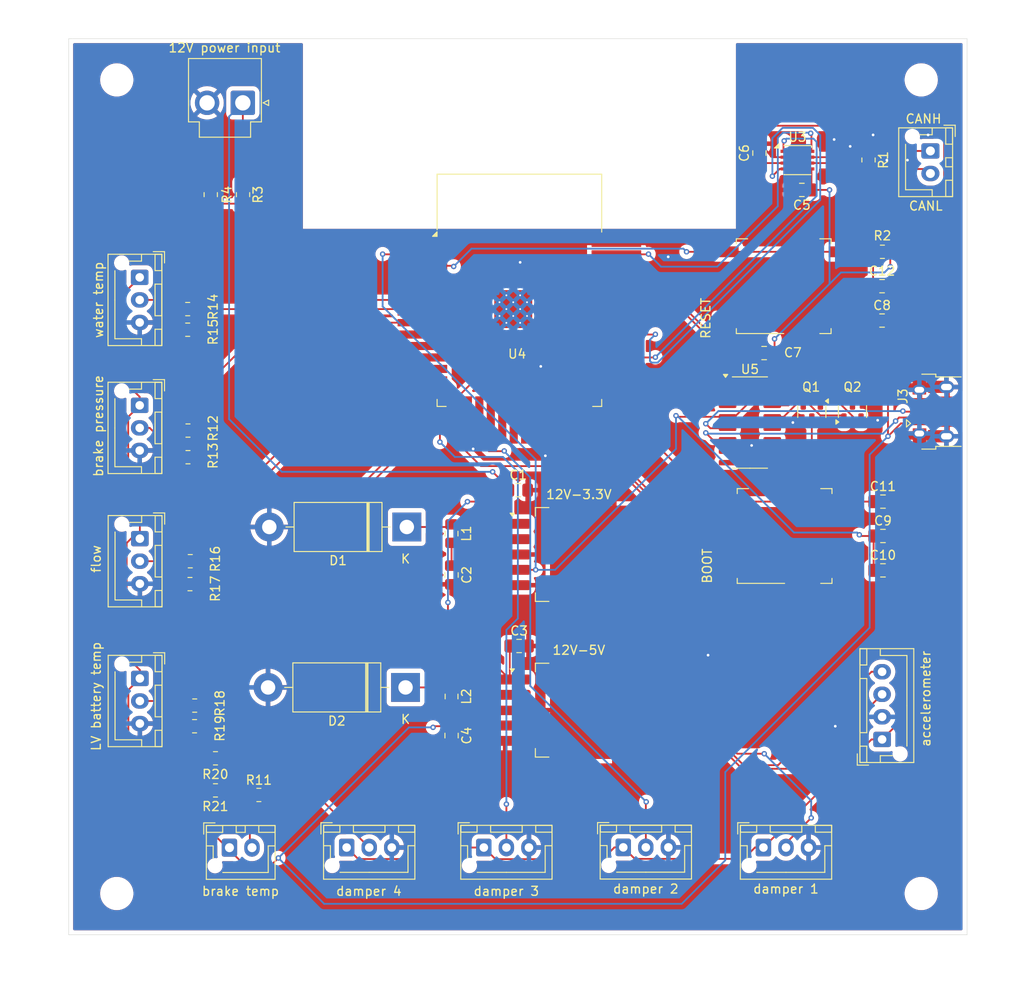
<source format=kicad_pcb>
(kicad_pcb (version 20240108) (generator "pcbnew") (generator_version "8.0")
  (layers (0 "F.Cu" signal) (31 "B.Cu" signal) (34 "B.Paste" user) (35 "F.Paste" user) (36 "B.SilkS" user "B.Silkscreen") (37 "F.SilkS" user "F.Silkscreen") (38 "B.Mask" user) (39 "F.Mask" user) (44 "Edge.Cuts" user))
  (net 0 "")
  (net 1 "/POWER_INPUT")
  (net 2 "+3.3V")
  (net 3 "+5V")
  (net 4 "/EN")
  (net 5 "/IO0")
  (net 6 "Net-(D1-K)")
  (net 7 "Net-(D2-K)")
  (net 8 "/ADC_DT1")
  (net 9 "Net-(J3-D-)")
  (net 10 "Net-(J3-D+)")
  (net 12 "/ADC_DT2")
  (net 13 "/ADC_DT3")
  (net 14 "/ADC_DT4")
  (net 15 "/CANH")
  (net 16 "/CANL")
  (net 17 "/SDA")
  (net 18 "/SCL")
  (net 19 "GND")
  (net 20 "Net-(Q1-G)")
  (net 21 "Net-(Q1-S)")
  (net 22 "/CAN_TX")
  (net 23 "/CAN_RX")
  (net 24 "/CAN_S")
  (net 26 "/UART_TX")
  (net 39 "/UART_RX")
  (net 48 "Net-(J13-Pin_2)")
  (net 49 "Net-(R11-Pad1)")
  (net 50 "/ADC_BTS")
  (net 52 "/ADC_WT")
  (net 53 "/ADC_FS")
  (net 54 "/ADC_LVBT")
  (net 55 "/ADC_LVBV")
  (net 56 "Net-(J9-Pin_2)")
  (net 57 "Net-(J10-Pin_2)")
  (net 58 "Net-(J11-Pin_2)")
  (net 59 "Net-(J12-Pin_2)")
  (net 60 "/ADC_BP")
  (footprint "Resistor_SMD:R_0805_2012Metric_Pad1.20x1.40mm_HandSolder" (layer "F.Cu") (at 136.922 50.292 180)
    (property "Reference" "R2")
    (property "Value" "10k")
  )
  (footprint "Resistor_SMD:R_0805_2012Metric_Pad1.20x1.40mm_HandSolder" (layer "F.Cu") (at 59.96 70.104)
    (property "Reference" "R12")
    (property "Value" "82R")
  )
  (footprint "Resistor_SMD:R_0805_2012Metric_Pad1.20x1.40mm_HandSolder" (layer "F.Cu") (at 60.214 84.582)
    (property "Reference" "R16")
    (property "Value" "43R")
  )
  (footprint "Resistor_SMD:R_0805_2012Metric_Pad1.20x1.40mm_HandSolder" (layer "F.Cu") (at 66.064 43.958 -90)
    (property "Reference" "R3")
    (property "Value" "43R")
  )
  (footprint "Connector_JST:JST_XH_B3B-XH-AM_1x03_P2.50mm_Vertical" (layer "F.Cu") (at 123.738 116.315)
    (property "Reference" "damper 1")
    (property "Value" "JST_XH_DT1")
  )
  (footprint "Connector_JST:JST_XH_B2B-XH-AM_1x02_P2.50mm_Vertical" (layer "F.Cu") (at 64.556 116.332)
    (property "Reference" "brake temp")
    (property "Value" "JST_XH_BTS")
  )
  (footprint "Package_SO:SOIC-16_3.9x9.9mm_P1.27mm" (layer "F.Cu") (at 122.239 69.215)
    (property "Reference" "U5")
    (property "Value" "CH340C")
  )
  (footprint "Capacitor_SMD:C_0805_2012Metric_Pad1.18x1.45mm_HandSolder" (layer "F.Cu") (at 96.6615 93.98)
    (property "Reference" "C3")
    (property "Value" "100uF")
  )
  (footprint "Capacitor_SMD:C_0805_2012Metric_Pad1.18x1.45mm_HandSolder" (layer "F.Cu") (at 136.9845 77.978)
    (property "Reference" "C11")
    (property "Value" "100nF")
  )
  (footprint "Capacitor_SMD:C_0805_2012Metric_Pad1.18x1.45mm_HandSolder" (layer "F.Cu") (at 136.8845 57.912)
    (property "Reference" "C8")
    (property "Value" "1uF")
  )
  (footprint "Resistor_SMD:R_0805_2012Metric_Pad1.20x1.40mm_HandSolder" (layer "F.Cu") (at 59.96 73.054)
    (property "Reference" "R13")
    (property "Value" "43R")
  )
  (footprint "Connector_JST:JST_XH_B3B-XH-AM_1x03_P2.50mm_Vertical" (layer "F.Cu") (at 54.627 97.576 -90)
    (property "Reference" "LV battery temp")
    (property "Value" "JST_XH_LVBT")
  )
  (footprint "Inductor_SMD:L_0805_2012Metric_Pad1.15x1.40mm_HandSolder" (layer "F.Cu") (at 89.173 81.523999 -90)
    (property "Reference" "L1")
    (property "Value" "100uH")
  )
  (footprint "Button_Switch_SMD:SW_MEC_5GSH9" (layer "F.Cu") (at 126.084 81.788 90)
    (property "Reference" "BOOT")
    (property "Value" "BOOT1")
  )
  (footprint "MountingHole:MountingHole_3.2mm_M3" (layer "F.Cu") (at 52.07 121.412)
    (property "Reference" "H3" (hide yes))
    (property "Value" "MountingHole" (hide yes))
  )
  (footprint "Diode_THT:D_DO-201AD_P15.24mm_Horizontal" (layer "F.Cu") (at 84.074 98.571 180)
    (property "Reference" "D2")
    (property "Value" "1N5822")
  )
  (footprint "MountingHole:MountingHole_3.2mm_M3" (layer "F.Cu") (at 141.224 31.242)
    (property "Reference" "H2" (hide yes))
    (property "Value" "MountingHole" (hide yes))
  )
  (footprint "Package_DFN_QFN:DFN-8-1EP_3x3mm_P0.65mm_EP1.55x2.4mm" (layer "F.Cu") (at 127.508 40.132)
    (property "Reference" "U3")
    (property "Value" "TJA1051TK-3")
  )
  (footprint "Resistor_SMD:R_0805_2012Metric_Pad1.20x1.40mm_HandSolder" (layer "F.Cu") (at 60.182 87.122)
    (property "Reference" "R17")
    (property "Value" "82R")
  )
  (footprint "Capacitor_SMD:C_0805_2012Metric_Pad1.18x1.45mm_HandSolder" (layer "F.Cu") (at 89.173 103.9075 -90)
    (property "Reference" "C4")
    (property "Value" "1000uF")
  )
  (footprint "Diode_THT:D_DO-201AD_P15.24mm_Horizontal" (layer "F.Cu") (at 84.213 80.791 180)
    (property "Reference" "D1")
    (property "Value" "1N5822")
  )
  (footprint "Resistor_SMD:R_0805_2012Metric_Pad1.20x1.40mm_HandSolder" (layer "F.Cu") (at 63.008 109.982)
    (property "Reference" "R20")
    (property "Value" "43R")
  )
  (footprint "MountingHole:MountingHole_3.2mm_M3" (layer "F.Cu") (at 141.224 121.412)
    (property "Reference" "H4" (hide yes))
    (property "Value" "MountingHole" (hide yes))
  )
  (footprint "Capacitor_SMD:C_0805_2012Metric_Pad1.18x1.45mm_HandSolder" (layer "F.Cu") (at 123.8135 61.5155 180)
    (property "Reference" "C7")
    (property "Value" "100nF")
  )
  (footprint "Resistor_SMD:R_0805_2012Metric_Pad1.20x1.40mm_HandSolder" (layer "F.Cu") (at 59.928 58.928)
    (property "Reference" "R15")
    (property "Value" "82R")
  )
  (footprint "Resistor_SMD:R_0805_2012Metric_Pad1.20x1.40mm_HandSolder" (layer "F.Cu") (at 135.382 40.116 -90)
    (property "Reference" "R1")
    (property "Value" "120R")
  )
  (footprint "Connector_JST:JST_XH_B3B-XH-AM_1x03_P2.50mm_Vertical" (layer "F.Cu") (at 92.75 116.315)
    (property "Reference" "damper 3")
    (property "Value" "JST_XH_DT3")
  )
  (footprint "Connector_JST:JST_XH_B3B-XH-AM_1x03_P2.50mm_Vertical" (layer "F.Cu") (at 54.61 67.31 -90)
    (property "Reference" "brake pressure")
    (property "Value" "JST_XH_BP")
  )
  (footprint "Package_TO_SOT_SMD:SOT-23" (layer "F.Cu") (at 129.098 67.9935 -90)
    (property "Reference" "Q2")
    (property "Value" "BSS138")
  )
  (footprint "Resistor_SMD:R_0805_2012Metric_Pad1.20x1.40mm_HandSolder" (layer "F.Cu") (at 60.706 100.584)
    (property "Reference" "R18")
    (property "Value" "43R")
  )
  (footprint "Capacitor_SMD:C_0805_2012Metric_Pad1.18x1.45mm_HandSolder" (layer "F.Cu") (at 136.9845 85.598)
    (property "Reference" "C10")
    (property "Value" "10uF")
  )
  (footprint "Resistor_SMD:R_0805_2012Metric_Pad1.20x1.40mm_HandSolder" (layer "F.Cu") (at 60.69 102.87)
    (property "Reference" "R19")
    (property "Value" "82R")
  )
  (footprint "MountingHole:MountingHole_3.2mm_M3" (layer "F.Cu") (at 52.07 31.242)
    (property "Reference" "H1" (hide yes))
    (property "Value" "MountingHole" (hide yes))
  )
  (footprint "Connector_JST:JST_XH_B3B-XH-AM_1x03_P2.50mm_Vertical" (layer "F.Cu") (at 54.627 82.082 -90)
    (property "Reference" "flow")
    (property "Value" "JST_XH_FS")
  )
  (footprint "Package_TO_SOT_SMD:TO-263-5_TabPin3" (layer "F.Cu") (at 103.287 83.839)
    (property "Reference" "12V-3.3V")
    (property "Value" "LM2576HVS-3.3")
  )
  (footprint "Connector_USB:USB_Micro-B_Amphenol_10103594-0001LF_Horizontal" (layer "F.Cu") (at 142.903 67.983 90)
    (property "Reference" "J3")
    (property "Value" "USB_B_Micro")
  )
  (footprint "Capacitor_SMD:C_0805_2012Metric_Pad1.18x1.45mm_HandSolder" (layer "F.Cu") (at 127.9945 43.434 180)
    (property "Reference" "C5")
    (property "Value" "100nF")
  )
  (footprint "Capacitor_SMD:C_0805_2012Metric_Pad1.18x1.45mm_HandSolder" (layer "F.Cu") (at 123.2916 39.3485 90)
    (property "Reference" "C6")
    (property "Value" "100nF")
  )
  (footprint "Capacitor_SMD:C_0805_2012Metric_Pad1.18x1.45mm_HandSolder" (layer "F.Cu") (at 96.5655 76.708)
    (property "Reference" "C1")
    (property "Value" "100uF")
  )
  (footprint "RF_Module:ESP32-WROOM-32" (layer "F.Cu") (at 96.691 57.552)
    (property "Reference" "U4")
    (property "Value" "ESP32-WROOM-32")
  )
  (footprint "Capacitor_SMD:C_0805_2012Metric_Pad1.18x1.45mm_HandSolder" (layer "F.Cu") (at 136.8845 54.102)
    (property "Reference" "C12")
    (property "Value" "100nF")
  )
  (footprint "Connector_JST:JST_XH_B4B-XH-AM_1x04_P2.50mm_Vertical" (layer "F.Cu") (at 136.889 104.334 90)
    (property "Reference" "accelerometer")
    (property "Value" "JST_XH_MPU")
  )
  (footprint "Resistor_SMD:R_0805_2012Metric_Pad1.20x1.40mm_HandSolder" (layer "F.Cu") (at 59.928 56.642)
    (property "Reference" "R14")
    (property "Value" "43R")
  )
  (footprint "Resistor_SMD:R_0805_2012Metric_Pad1.20x1.40mm_HandSolder" (layer "F.Cu") (at 63.008 106.426 180)
    (property "Reference" "R21")
    (property "Value" "82R")
  )
  (footprint "Resistor_SMD:R_0805_2012Metric_Pad1.20x1.40mm_HandSolder" (layer "F.Cu") (at 62.483999 43.958 90)
    (property "Reference" "R4")
    (property "Value" "82R")
  )
  (footprint "Connector_JST:JST_XH_B3B-XH-AM_1x03_P2.50mm_Vertical" (layer "F.Cu") (at 77.546 116.315)
    (property "Reference" "damper 4")
    (property "Value" "JST_XH_DT4")
  )
  (footprint "Capacitor_SMD:C_0805_2012Metric_Pad1.18x1.45mm_HandSolder" (layer "F.Cu") (at 89.173 86.1085 -90)
    (property "Reference" "C2")
    (property "Value" "1000uF")
  )
  (footprint "Capacitor_SMD:C_0805_2012Metric_Pad1.18x1.45mm_HandSolder" (layer "F.Cu") (at 136.9845 81.788)
    (property "Reference" "C9")
    (property "Value" "100nF")
  )
  (footprint "Connector_JST:JST_XH_B3B-XH-AM_1x03_P2.50mm_Vertical" (layer "F.Cu") (at 108.204 116.298)
    (property "Reference" "damper 2")
    (property "Value" "JST_XH_DT2")
  )
  (footprint "Inductor_SMD:L_0805_2012Metric_Pad1.15x1.40mm_HandSolder" (layer "F.Cu") (at 89.173 99.576999 -90)
    (property "Reference" "L2")
    (property "Value" "100uH")
  )
  (footprint "Connector_JST:JST_VH_B2P-VH_1x02_P3.96mm_Vertical" (layer "F.Cu") (at 66.04 33.782 180)
    (property "Reference" "12V power input")
    (property "Value" "JST_VH_POWER")
  )
  (footprint "Package_TO_SOT_SMD:SOT-23" (layer "F.Cu") (at 133.604 67.993501 90)
    (property "Reference" "Q1")
    (property "Value" "BSS138")
  )
  (footprint "Package_TO_SOT_SMD:TO-263-5_TabPin3" (layer "F.Cu") (at 103.287 101.092)
    (property "Reference" "12V-5V")
    (property "Value" "LM2576HVS-5")
  )
  (footprint "Connector_JST:JST_XH_B3B-XH-AM_1x03_P2.50mm_Vertical" (layer "F.Cu") (at 54.61 53.126 -90)
    (property "Reference" "water temp")
    (property "Value" "JST_XH_WT")
  )
  (footprint "Connector_JST:JST_XH_B2B-XH-AM_1x02_P2.50mm_Vertical" (layer "F.Cu") (at 142.24 39.116 -90)
    (property "Reference" "CANH")
    (property "Value" "JST_XH_CAN")
  )
  (footprint "Resistor_SMD:R_0805_2012Metric_Pad1.20x1.40mm_HandSolder" (layer "F.Cu") (at 67.818001 110.49)
    (property "Reference" "R11")
    (property "Value" "?")
  )
  (footprint "Button_Switch_SMD:SW_MEC_5GSH9" (layer "F.Cu") (at 125.984 54.102 90)
    (property "Reference" "RESET")
    (property "Value" "RESET1")
  )
  (gr_line (start 46.99 26.67) (end 46.736 26.67) (stroke (width 0.05)) (layer "Edge.Cuts"))
  (gr_line (start 46.736 125.984) (end 46.736 26.67) (stroke (width 0.05)) (layer "Edge.Cuts"))
  (gr_line (start 146.304 26.67) (end 146.304 125.984) (stroke (width 0.05)) (layer "Edge.Cuts"))
  (gr_line (start 146.304 125.984) (end 46.736 125.984) (stroke (width 0.05)) (layer "Edge.Cuts"))
  (gr_line (start 46.99 26.67) (end 146.304 26.67) (stroke (width 0.05)) (layer "Edge.Cuts"))
  (gr_text "CANL" (at 141.732 45.212 0) (layer "F.SilkS") (effects (font (size 1 1))))
  (segment (start 93.726 74.676) (end 95.528 76.478) (width 0.2) (layer "F.Cu") (net 1))
  (segment (start 95.528 80.33) (end 95.528 76.708) (width 0.2) (layer "F.Cu") (net 1))
  (segment (start 66.2455 34.316) (end 66.039999 34.521499) (width 0.2) (layer "F.Cu") (net 1))
  (segment (start 95.624 93.98) (end 95.624 97.679) (width 0.2) (layer "F.Cu") (net 1))
  (segment (start 95.637 80.439) (end 95.528 80.33) (width 0.2) (layer "F.Cu") (net 1))
  (segment (start 66.04 42.934) (end 66.064 42.958) (width 0.2) (layer "F.Cu") (net 1))
  (segment (start 88.773 90.828) (end 95.637 97.692) (width 0.2) (layer "F.Cu") (net 1))
  (segment (start 93.176 77.978) (end 95.637 80.439) (width 0.2) (layer "F.Cu") (net 1))
  (segment (start 90.932 77.978) (end 93.176 77.978) (width 0.2) (layer "F.Cu") (net 1))
  (segment (start 66.039999 34.521499) (end 66.04 42.934) (width 0.2) (layer "F.Cu") (net 1))
  (segment (start 95.624 97.679) (end 95.637 97.692) (width 0.2) (layer "F.Cu") (net 1))
  (segment (start 88.773 89.154) (end 88.773 90.828) (width 0.2) (layer "F.Cu") (net 1))
  (segment (start 65.9915 42.7405) (end 65.774 42.958) (width 0.2) (layer "F.Cu") (net 1))
  (segment (start 95.528 76.478) (end 95.528 76.708) (width 0.2) (layer "F.Cu") (net 1))
  (via (at 93.726 74.676) (size 0.6) (drill 0.3) (layers "F.Cu" "B.Cu") (net 1))
  (via (at 90.932 77.978) (size 0.6) (drill 0.3) (layers "F.Cu" "B.Cu") (net 1))
  (via (at 88.773 89.154) (size 0.6) (drill 0.3) (layers "F.Cu" "B.Cu") (net 1))
  (segment (start 64.516 35.306) (end 64.516 68.834) (width 0.2) (layer "B.Cu") (net 1))
  (segment (start 88.773 80.137) (end 88.773 89.154) (width 0.2) (layer "B.Cu") (net 1))
  (segment (start 70.358 74.676) (end 93.726 74.676) (width 0.2) (layer "B.Cu") (net 1))
  (segment (start 64.516 68.834) (end 70.358 74.676) (width 0.2) (layer "B.Cu") (net 1))
  (segment (start 66.04 33.782) (end 64.516 35.306) (width 0.2) (layer "B.Cu") (net 1))
  (segment (start 90.932 77.978) (end 88.773 80.137) (width 0.2) (layer "B.Cu") (net 1))
  (segment (start 139.827 101.396) (end 136.889 104.334) (width 0.2) (layer "F.Cu") (net 2))
  (segment (start 135.947 81.788) (end 134.493 81.788) (width 0.2) (layer "F.Cu") (net 2))
  (segment (start 95.442 85.344) (end 95.637 85.539) (width 0.2) (layer "F.Cu") (net 2))
  (segment (start 89.674 117.59) (end 90.949 116.315) (width 0.2) (layer "F.Cu") (net 2))
  (segment (start 129.032 43.434) (end 131.064 43.434) (width 0.2) (layer "F.Cu") (net 2))
  (segment (start 105.918 117.602) (end 107.222 116.298) (width 0.2) (layer "F.Cu") (net 2))
  (segment (start 114.046 68.453) (end 114.173 68.58) (width 0.2) (layer "F.Cu") (net 2))
  (segment (start 137.795 51.943) (end 137.795 50.419) (width 0.2) (layer "F.Cu") (net 2))
  (segment (start 124.714 64.77) (end 124.368448 64.77) (width 0.2) (layer "F.Cu") (net 2))
  (segment (start 124.968 61.3985) (end 124.851 61.5155) (width 0.2) (layer "F.Cu") (net 2))
  (segment (start 124.968 59.944) (end 124.968 61.3985) (width 0.2) (layer "F.Cu") (net 2))
  (segment (start 114.173 68.58) (end 119.764 68.58) (width 0.2) (layer "F.Cu") (net 2))
  (segment (start 124.368448 64.77) (end 120.558448 68.58) (width 0.2) (layer "F.Cu") (net 2))
  (segment (start 121.536497 117.573) (end 122.794497 116.315) (width 0.2) (layer "F.Cu") (net 2))
  (segment (start 135.719 104.334) (end 136.889 104.334) (width 0.2) (layer "F.Cu") (net 2))
  (segment (start 77.546 116.315) (end 78.821 117.59) (width 0.2) (layer "F.Cu") (net 2))
  (segment (start 78.821 117.59) (end 89.674 117.59) (width 0.2) (layer "F.Cu") (net 2))
  (segment (start 90.949 116.315) (end 92.75 116.315) (width 0.2) (layer "F.Cu") (net 2))
  (segment (start 139.827 89.478) (end 139.827 101.396) (width 0.2) (layer "F.Cu") (net 2))
  (segment (start 89.173 85.071) (end 90.683 85.071) (width 0.2) (layer "F.Cu") (net 2))
  (segment (start 94.037 117.602) (end 105.918 117.602) (width 0.2) (layer "F.Cu") (net 2))
  (segment (start 89.173 82.548998) (end 89.173 85.071) (width 0.2) (layer "F.Cu") (net 2))
  (segment (start 135.947 85.598) (end 139.827 89.478) (width 0.2) (layer "F.Cu") (net 2))
  (segment (start 137.795 50.419) (end 137.922 50.292) (width 0.2) (layer "F.Cu") (net 2))
  (segment (start 135.947 81.788) (end 135.947 85.09) (width 0.2) (layer "F.Cu") (net 2))
  (segment (start 120.558448 68.58) (end 119.764 68.58) (width 0.2) (layer "F.Cu") (net 2))
  (segment (start 108.204 116.298) (end 109.479 117.573) (width 0.2) (layer "F.Cu") (net 2))
  (segment (start 124.808 62.0235) (end 124.808 64.676) (width 0.2) (layer "F.Cu") (net 2))
  (segment (start 134.493 81.788) (end 134.366 81.661) (width 0.2) (layer "F.Cu") (net 2))
  (segment (start 85.941 50.572) (end 81.56 50.572) (width 0.2) (layer "F.Cu") (net 2))
  (segment (start 122.794497 116.315) (end 123.738 116.315) (width 0.2) (layer "F.Cu") (net 2))
  (segment (start 129.058 41.107) (end 129.058 43.408) (width 0.2) (layer "F.Cu") (net 2))
  (segment (start 90.956 85.344) (end 95.442 85.344) (width 0.2) (layer "F.Cu") (net 2))
  (segment (start 129.058 43.408) (end 129.032 43.434) (width 0.2) (layer "F.Cu") (net 2))
  (segment (start 114.173 68.453) (end 114.046 68.453) (width 0.2) (layer "F.Cu") (net 2))
  (segment (start 98.493 85.539) (end 95.637 85.539) (width 0.2) (layer "F.Cu") (net 2))
  (segment (start 107.222 116.298) (end 108.204 116.298) (width 0.2) (layer "F.Cu") (net 2))
  (segment (start 124.808 64.676) (end 124.714 64.77) (width 0.2) (layer "F.Cu") (net 2))
  (segment (start 123.738 116.315) (end 135.719 104.334) (width 0.2) (layer "F.Cu") (net 2))
  (segment (start 81.56 50.572) (end 81.534 50.546) (width 0.2) (layer "F.Cu") (net 2))
  (segment (start 90.683 85.071) (end 90.956 85.344) (width 0.2) (layer "F.Cu") (net 2))
  (segment (start 109.479 117.573) (end 121.536497 117.573) (width 0.2) (layer "F.Cu") (net 2))
  (segment (start 92.75 116.315) (end 94.037 117.602) (width 0.2) (layer "F.Cu") (net 2))
  (via (at 131.064 43.434) (size 0.6) (drill 0.3) (layers "F.Cu" "B.Cu") (net 2))
  (via (at 98.493 85.539) (size 0.6) (drill 0.3) (layers "F.Cu" "B.Cu") (net 2))
  (via (at 137.795 51.943) (size 0.6) (drill 0.3) (layers "F.Cu" "B.Cu") (net 2))
  (via (at 114.046 68.453) (size 0.6) (drill 0.3) (layers "F.Cu" "B.Cu") (net 2))
  (via (at 81.534 50.546) (size 0.6) (drill 0.3) (layers "F.Cu" "B.Cu") (net 2))
  (via (at 134.366 81.661) (size 0.6) (drill 0.3) (layers "F.Cu" "B.Cu") (net 2))
  (via (at 124.968 59.944) (size 0.6) (drill 0.3) (layers "F.Cu" "B.Cu") (net 2))
  (segment (start 81.534 50.546) (end 81.534 56.347529) (width 0.2) (layer "B.Cu") (net 2))
  (segment (start 137.16 52.578) (end 137.795 51.943) (width 0.2) (layer "B.Cu") (net 2))
  (segment (start 114.173 68.453) (end 127.127 81.407) (width 0.2) (layer "B.Cu") (net 2))
  (segment (start 114.046 68.453) (end 114.173 68.453) (width 0.2) (layer "B.Cu") (net 2))
  (segment (start 114.046 72.136) (end 100.643 85.539) (width 0.2) (layer "B.Cu") (net 2))
  (segment (start 134.112 81.407) (end 134.366 81.661) (width 0.2) (layer "B.Cu") (net 2))
  (segment (start 114.046 68.453) (end 114.046 72.136) (width 0.2) (layer "B.Cu") (net 2))
  (segment (start 131.064 53.848) (end 124.968 59.944) (width 0.2) (layer "B.Cu") (net 2))
  (segment (start 81.534 56.347529) (end 98.493 73.306529) (width 0.2) (layer "B.Cu") (net 2))
  (segment (start 100.643 85.539) (end 98.493 85.539) (width 0.2) (layer "B.Cu") (net 2))
  (segment (start 98.493 73.306529) (end 98.493 85.539) (width 0.2) (layer "B.Cu") (net 2))
  (segment (start 132.461 52.578) (end 137.16 52.578) (width 0.2) (layer "B.Cu") (net 2))
  (segment (start 131.064 53.848) (end 132.334 52.578) (width 0.2) (layer "B.Cu") (net 2))
  (segment (start 132.334 52.578) (end 132.461 52.578) (width 0.2) (layer "B.Cu") (net 2))
  (segment (start 127.127 81.407) (end 134.112 81.407) (width 0.2) (layer "B.Cu") (net 2))
  (segment (start 131.064 43.434) (end 131.064 53.848) (width 0.2) (layer "B.Cu") (net 2))
  (segment (start 121.92 39.3192) (end 121.92 36.7792) (width 0.2) (layer "F.Cu") (net 3))
  (segment (start 53.335 68.585) (end 53.335 78.735) (width 0.2) (layer "F.Cu") (net 3))
  (segment (start 66.839 118.872) (end 68.58 118.872) (width 0.2) (layer "F.Cu") (net 3))
  (segment (start 54.627 80.027) (end 54.627 82.082) (width 0.2) (layer "F.Cu") (net 3))
  (segment (start 54.627 97.576) (end 53.352 98.851) (width 0.2) (layer "F.Cu") (net 3))
  (segment (start 68.58 118.872) (end 69.977 117.475) (width 0.2) (layer "F.Cu") (net 3))
  (segment (start 54.627 82.082) (end 53.652 82.082) (width 0.2) (layer "F.Cu") (net 3))
  (segment (start 54.61 66.366497) (end 54.61 67.31) (width 0.2) (layer "F.Cu") (net 3))
  (segment (start 53.003503 64.76) (end 54.61 66.366497) (width 0.2) (layer "F.Cu") (net 3))
  (segment (start 87.249 102.87) (end 87.122 102.997) (width 0.2) (layer "F.Cu") (net 3))
  (segment (start 123.0298 40.429) (end 121.92 39.3192) (width 0.2) (layer "F.Cu") (net 3))
  (segment (start 137.541 70.739) (end 138.972 69.308) (width 0.2) (layer "F.Cu") (net 3))
  (segment (start 54.627 96.632497) (end 54.627 97.576) (width 0.2) (layer "F.Cu") (net 3))
  (segment (start 53.165252 95.170749) (end 54.627 96.632497) (width 0.2) (layer "F.Cu") (net 3))
  (segment (start 143.764 37.846) (end 143.764 59.436) (width 0.2) (layer "F.Cu") (net 3))
  (segment (start 53.352 98.851) (end 53.352 105.385) (width 0.2) (layer "F.Cu") (net 3))
  (segment (start 53.352 105.385) (end 66.839 118.872) (width 0.2) (layer "F.Cu") (net 3))
  (segment (start 143.764 59.436) (end 137.541 65.659) (width 0.2) (layer "F.Cu") (net 3))
  (segment (start 95.637 102.792) (end 95.559 102.87) (width 0.2) (layer "F.Cu") (net 3))
  (segment (start 123.67 40.457) (end 125.958 40.457) (width 0.2) (layer "F.Cu") (net 3))
  (segment (start 138.972 69.308) (end 141.138 69.308) (width 0.2) (layer "F.Cu") (net 3))
  (segment (start 123.952 40.429) (end 123.0298 40.429) (width 0.2) (layer "F.Cu") (net 3))
  (segment (start 53.003503 54.732497) (end 53.003503 64.76) (width 0.2) (layer "F.Cu") (net 3))
  (segment (start 121.92 36.7792) (end 122.3772 36.322) (width 0.2) (layer "F.Cu") (net 3))
  (segment (start 53.165252 82.568748) (end 53.165252 95.170749) (width 0.2) (layer "F.Cu") (net 3))
  (segment (start 142.24 36.322) (end 143.764 37.846) (width 0.2) (layer "F.Cu") (net 3))
  (segment (start 54.61 67.31) (end 53.335 68.585) (width 0.2) (layer "F.Cu") (net 3))
  (segment (start 137.541 65.659) (end 137.541 70.739) (width 0.2) (layer "F.Cu") (net 3))
  (segment (start 89.251 102.792) (end 89.173 102.87) (width 0.2) (layer "F.Cu") (net 3))
  (segment (start 122.3772 36.322) (end 142.24 36.322) (width 0.2) (layer "F.Cu") (net 3))
  (segment (start 53.335 78.735) (end 54.627 80.027) (width 0.2) (layer "F.Cu") (net 3))
  (segment (start 89.173 100.601998) (end 89.173 102.87) (width 0.2) (layer "F.Cu") (net 3))
  (segment (start 53.652 82.082) (end 53.165252 82.568748) (width 0.2) (layer "F.Cu") (net 3))
  (segment (start 54.61 53.126) (end 53.003503 54.732497) (width 0.2) (layer "F.Cu") (net 3))
  (segment (start 95.559 102.87) (end 87.249 102.87) (width 0.2) (layer "F.Cu") (net 3))
  (via (at 87.122 102.997) (size 0.6) (drill 0.3) (layers "F.Cu" "B.Cu") (net 3))
  (via (at 69.977 117.475) (size 0.6) (drill 0.3) (layers "F.Cu" "B.Cu") (net 3))
  (via (at 137.541 70.739) (size 0.6) (drill 0.3) (layers "F.Cu" "B.Cu") (net 3))
  (segment (start 75.057 122.555) (end 69.977 117.475) (width 0.2) (layer "B.Cu") (net 3))
  (segment (start 114.681 122.555) (end 75.057 122.555) (width 0.2) (layer "B.Cu") (net 3))
  (segment (start 69.977 117.475) (end 84.455 102.997) (width 0.2) (layer "B.Cu") (net 3))
  (segment (start 135.509 72.771) (end 135.509 91.948) (width 0.2) (layer "B.Cu") (net 3))
  (segment (start 137.541 70.739) (end 135.509 72.771) (width 0.2) (layer "B.Cu") (net 3))
  (segment (start 84.455 102.997) (end 87.122 102.997) (width 0.2) (layer "B.Cu") (net 3))
  (segment (start 135.509 91.948) (end 119.507 107.95) (width 0.2) (layer "B.Cu") (net 3))
  (segment (start 119.507 107.95) (end 119.507 117.729) (width 0.2) (layer "B.Cu") (net 3))
  (segment (start 119.507 117.729) (end 114.681 122.555) (width 0.2) (layer "B.Cu") (net 3))
  (segment (start 89.3324 51.842) (end 89.408 51.9176) (width 0.2) (layer "F.Cu") (net 4))
  (segment (start 135.847 57.912) (end 135.847 64.051) (width 0.2) (layer "F.Cu") (net 4))
  (segment (start 119.734 50.292) (end 132.234 50.292) (width 0.2) (layer "F.Cu") (net 4))
  (segment (start 132.234 50.292) (end 135.668 50.292) (width 0.2) (layer "F.Cu") (net 4))
  (segment (start 115.2144 50.292) (end 119.734 50.292) (width 0.2) (layer "F.Cu") (net 4))
  (segment (start 135.89 54.102) (end 135.89 50.324) (width 0.2) (layer "F.Cu") (net 4))
  (segment (start 85.941 51.842) (end 89.3324 51.842) (width 0.2) (layer "F.Cu") (net 4))
  (segment (start 135.89 50.324) (end 135.922 50.292) (width 0.2) (layer "F.Cu") (net 4))
  (segment (start 135.847 64.051) (end 133.604 66.294) (width 0.2) (layer "F.Cu") (net 4))
  (segment (start 135.847 57.912) (end 135.847 54.145) (width 0.2) (layer "F.Cu") (net 4))
  (segment (start 135.847 54.145) (end 135.89 54.102) (width 0.2) (layer "F.Cu") (net 4))
  (via (at 89.408 51.9176) (size 0.6) (drill 0.3) (layers "F.Cu" "B.Cu") (net 4))
  (via (at 115.2144 50.292) (size 0.6) (drill 0.3) (layers "F.Cu" "B.Cu") (net 4))
  (segment (start 91.3796 49.946) (end 114.8684 49.946) (width 0.2) (layer "B.Cu") (net 4))
  (segment (start 114.8684 49.946) (end 115.2144 50.292) (width 0.2) (layer "B.Cu") (net 4))
  (segment (start 89.408 51.9176) (end 91.3796 49.946) (width 0.2) (layer "B.Cu") (net 4))
  (segment (start 129.098 74.742) (end 132.334 77.978) (width 0.2) (layer "F.Cu") (net 5))
  (segment (start 119.6075 77.7515) (end 119.834 77.978) (width 0.2) (layer "F.Cu") (net 5))
  (segment (start 118.1645 77.978) (end 119.834 77.978) (width 0.2) (layer "F.Cu") (net 5))
  (segment (start 135.9685 77.978) (end 132.334 77.978) (width 0.2) (layer "F.Cu") (net 5))
  (segment (start 109.556 65.8135) (end 109.556 69.3695) (width 0.2) (layer "F.Cu") (net 5))
  (segment (start 109.556 69.3695) (end 118.1645 77.978) (width 0.2) (layer "F.Cu") (net 5))
  (segment (start 132.334 77.978) (end 119.834 77.978) (width 0.2) (layer "F.Cu") (net 5))
  (segment (start 129.098 68.931001) (end 129.098 74.742) (width 0.2) (layer "F.Cu") (net 5))
  (segment (start 90.975 80.791) (end 92.323 82.139) (width 0.2) (layer "F.Cu") (net 6))
  (segment (start 84.213 80.791) (end 90.975 80.791) (width 0.2) (layer "F.Cu") (net 6))
  (segment (start 89.154 80.518) (end 89.173 80.499) (width 0.2) (layer "F.Cu") (net 6))
  (segment (start 92.323 82.139) (end 95.637 82.139) (width 0.2) (layer "F.Cu") (net 6))
  (segment (start 95.637 99.392) (end 91.135 99.392) (width 0.2) (layer "F.Cu") (net 7))
  (segment (start 89.173 98.552) (end 89.499 98.552) (width 0.2) (layer "F.Cu") (net 7))
  (segment (start 90.314 98.571) (end 84.074 98.571) (width 0.2) (layer "F.Cu") (net 7))
  (segment (start 91.135 99.392) (end 90.314 98.571) (width 0.2) (layer "F.Cu") (net 7))
  (segment (start 89.154 98.571) (end 89.173 98.552) (width 0.2) (layer "F.Cu") (net 7))
  (segment (start 103.759 65.405) (end 104.622 64.542) (width 0.2) (layer "F.Cu") (net 8))
  (segment (start 123.825 105.918) (end 120.834686 105.918) (width 0.2) (layer "F.Cu") (net 8))
  (segment (start 120.834686 105.918) (end 112.2045 97.287814) (width 0.2) (layer "F.Cu") (net 8))
  (segment (start 112.2045 77.9145) (end 103.759 69.469) (width 0.2) (layer "F.Cu") (net 8))
  (segment (start 104.622 64.542) (end 107.441 64.542) (width 0.2) (layer "F.Cu") (net 8))
  (segment (start 126.238 116.315) (end 126.238 115.824) (width 0.2) (layer "F.Cu") (net 8))
  (segment (start 126.238 115.824) (end 129.032 113.03) (width 0.2) (layer "F.Cu") (net 8))
  (segment (start 103.759 69.469) (end 103.759 65.405) (width 0.2) (layer "F.Cu") (net 8))
  (segment (start 112.2045 97.287814) (end 112.2045 77.9145) (width 0.2) (layer "F.Cu") (net 8))
  (via (at 123.825 105.918) (size 0.6) (drill 0.3) (layers "F.Cu" "B.Cu") (net 8))
  (via (at 129.032 113.03) (size 0.6) (drill 0.3) (layers "F.Cu" "B.Cu") (net 8))
  (segment (start 129.032 111.125) (end 123.825 105.918) (width 0.2) (layer "B.Cu") (net 8))
  (segment (start 129.032 113.03) (end 129.032 111.125) (width 0.2) (layer "B.Cu") (net 8))
  (segment (start 138.773471 68.658) (end 138.382592 69.048879) (width 0.2) (layer "F.Cu") (net 9))
  (segment (start 141.138 68.658) (end 138.773471 68.658) (width 0.2) (layer "F.Cu") (net 9))
  (segment (start 118.11 71.12) (end 119.764 71.12) (width 0.2) (layer "F.Cu") (net 9))
  (segment (start 117.348 70.358) (end 118.11 71.12) (width 0.2) (layer "F.Cu") (net 9))
  (via (at 138.382592 69.048879) (size 0.6) (drill 0.3) (layers "F.Cu" "B.Cu") (net 9))
  (via (at 117.348 70.358) (size 0.6) (drill 0.3) (layers "F.Cu" "B.Cu") (net 9))
  (segment (start 136.981471 70.45) (end 138.382592 69.048879) (width 0.2) (layer "B.Cu") (net 9))
  (segment (start 117.348 70.358) (end 117.44 70.45) (width 0.2) (layer "B.Cu") (net 9))
  (segment (start 117.44 70.45) (end 136.981471 70.45) (width 0.2) (layer "B.Cu") (net 9))
  (segment (start 117.348 69.342) (end 117.856 69.85) (width 0.2) (layer "F.Cu") (net 10))
  (segment (start 141.138 68.008) (end 139.255 68.008) (width 0.2) (layer "F.Cu") (net 10))
  (segment (start 139.255 68.008) (end 139.192 67.945) (width 0.2) (layer "F.Cu") (net 10))
  (segment (start 117.856 69.85) (end 119.764 69.85) (width 0.2) (layer "F.Cu") (net 10))
  (via (at 139.192 67.945) (size 0.6) (drill 0.3) (layers "F.Cu" "B.Cu") (net 10))
  (via (at 117.348 69.342) (size 0.6) (drill 0.3) (layers "F.Cu" "B.Cu") (net 10))
  (segment (start 117.348 69.342) (end 118.745 67.945) (width 0.2) (layer "B.Cu") (net 10))
  (segment (start 118.745 67.945) (end 139.192 67.945) (width 0.2) (layer "B.Cu") (net 10))
  (segment (start 93.309 72.39) (end 92.251 71.332) (width 0.2) (layer "F.Cu") (net 12))
  (segment (start 110.704 111.292) (end 110.744 111.252) (width 0.2) (layer "F.Cu") (net 12))
  (segment (start 110.704 116.298) (end 110.704 111.292) (width 0.2) (layer "F.Cu") (net 12))
  (segment (start 92.251 71.332) (end 92.251 68.932) (width 0.2) (layer "F.Cu") (net 12))
  (segment (start 94.981671 72.39) (end 93.309 72.39) (width 0.2) (layer "F.Cu") (net 12))
  (segment (start 95.010328 72.361343) (end 94.981671 72.39) (width 0.2) (layer "F.Cu") (net 12))
  (via (at 95.010328 72.361343) (size 0.6) (drill 0.3) (layers "F.Cu" "B.Cu") (net 12))
  (via (at 110.744 111.252) (size 0.6) (drill 0.3) (layers "F.Cu" "B.Cu") (net 12))
  (segment (start 97.893 75.287) (end 97.893 98.401) (width 0.2) (layer "B.Cu") (net 12))
  (segment (start 95.010328 72.404328) (end 97.893 75.287) (width 0.2) (layer "B.Cu") (net 12))
  (segment (start 97.893 98.401) (end 110.744 111.252) (width 0.2) (layer "B.Cu") (net 12))
  (segment (start 95.010328 72.361343) (end 95.010328 72.404328) (width 0.2) (layer "B.Cu") (net 12))
  (segment (start 89.154 67.31) (end 89.154 65.225) (width 0.2) (layer "F.Cu") (net 13))
  (segment (start 88.471 64.542) (end 85.941 64.542) (width 0.2) (layer "F.Cu") (net 13))
  (segment (start 95.25 116.315) (end 95.25 111.506) (width 0.2) (layer "F.Cu") (net 13))
  (segment (start 87.884 68.58) (end 89.154 67.31) (width 0.2) (layer "F.Cu") (net 13))
  (segment (start 89.154 65.225) (end 88.471 64.542) (width 0.2) (layer "F.Cu") (net 13))
  (segment (start 87.884 71.374) (end 87.884 68.58) (width 0.2) (layer "F.Cu") (net 13))
  (via (at 87.884 71.374) (size 0.6) (drill 0.3) (layers "F.Cu" "B.Cu") (net 13))
  (via (at 95.25 111.506) (size 0.6) (drill 0.3) (layers "F.Cu" "B.Cu") (net 13))
  (segment (start 96.52 74.676) (end 96.52 90.932) (width 0.2) (layer "B.Cu") (net 13))
  (segment (start 87.884 71.374) (end 89.535 73.025) (width 0.2) (layer "B.Cu") (net 13))
  (segment (start 89.535 73.025) (end 94.869 73.025) (width 0.2) (layer "B.Cu") (net 13))
  (segment (start 94.869 73.025) (end 96.52 74.676) (width 0.2) (layer "B.Cu") (net 13))
  (segment (start 95.25 92.202) (end 95.25 111.506) (width 0.2) (layer "B.Cu") (net 13))
  (segment (start 96.52 90.932) (end 95.25 92.202) (width 0.2) (layer "B.Cu") (net 13))
  (segment (start 82.804 73.406) (end 73.152 83.058) (width 0.2) (layer "F.Cu") (net 14))
  (segment (start 73.152 109.421) (end 80.046 116.315) (width 0.2) (layer "F.Cu") (net 14))
  (segment (start 82.991 63.272) (end 82.804 63.459) (width 0.2) (layer "F.Cu") (net 14))
  (segment (start 85.941 63.272) (end 82.991 63.272) (width 0.2) (layer "F.Cu") (net 14))
  (segment (start 73.152 83.058) (end 73.152 109.421) (width 0.2) (layer "F.Cu") (net 14))
  (segment (start 82.804 63.459) (end 82.804 73.406) (width 0.2) (layer "F.Cu") (net 14))
  (segment (start 129.058 39.807) (end 134.691 39.807) (width 0.2) (layer "F.Cu") (net 15))
  (segment (start 135.382 39.116) (end 142.24 39.116) (width 0.2) (layer "F.Cu") (net 15))
  (segment (start 134.691 39.807) (end 135.382 39.116) (width 0.2) (layer "F.Cu") (net 15))
  (segment (start 141.74 41.116) (end 142.24 41.616) (width 0.2) (layer "F.Cu") (net 16))
  (segment (start 135.382 41.116) (end 141.74 41.116) (width 0.2) (layer "F.Cu") (net 16))
  (segment (start 129.058 40.457) (end 134.723 40.457) (width 0.2) (layer "F.Cu") (net 16))
  (segment (start 134.723 40.457) (end 135.382 41.116) (width 0.2) (layer "F.Cu") (net 16))
  (segment (start 136.889 96.834) (end 135.714 96.834) (width 0.2) (layer "F.Cu") (net 17))
  (segment (start 125.36 107.188) (end 121.539 107.188) (width 0.2) (layer "F.Cu") (net 17))
  (segment (start 135.714 96.834) (end 125.36 107.188) (width 0.2) (layer "F.Cu") (net 17))
  (segment (start 121.539 107.188) (end 111.8045 97.4535) (width 0.2) (layer "F.Cu") (net 17))
  (segment (start 103.359 69.634686) (end 103.359 56.915) (width 0.2) (layer "F.Cu") (net 17))
  (segment (start 104.647 55.627) (end 107.441 55.627) (width 0.2) (layer "F.Cu") (net 17))
  (segment (start 111.8045 97.4535) (end 111.8045 78.080186) (width 0.2) (layer "F.Cu") (net 17))
  (segment (start 103.359 56.915) (end 104.647 55.627) (width 0.2) (layer "F.Cu") (net 17))
  (segment (start 111.8045 78.080186) (end 103.359 69.634686) (width 0.2) (layer "F.Cu") (net 17))
  (segment (start 92.42 74.041) (end 89.916 71.537) (width 0.2) (layer "F.Cu") (net 18))
  (segment (start 111.4045 97.619186) (end 111.4045 78.245872) (width 0.2) (layer "F.Cu") (net 18))
  (segment (start 121.373314 107.588) (end 111.4045 97.619186) (width 0.2) (layer "F.Cu") (net 18))
  (segment (start 104.495 51.842) (end 107.441 51.842) (width 0.2) (layer "F.Cu") (net 18))
  (segment (start 101.219 55.118) (end 104.495 51.842) (width 0.2) (layer "F.Cu") (net 18))
  (segment (start 99.187 60.325) (end 101.219 58.293) (width 0.2) (layer "F.Cu") (net 18))
  (segment (start 111.4045 78.245872) (end 107.199628 74.041) (width 0.2) (layer "F.Cu") (net 18))
  (segment (start 128.635 107.588) (end 121.373314 107.588) (width 0.2) (layer "F.Cu") (net 18))
  (segment (start 95.918 60.325) (end 99.187 60.325) (width 0.2) (layer "F.Cu") (net 18))
  (segment (start 101.219 58.293) (end 101.219 55.118) (width 0.2) (layer "F.Cu") (net 18))
  (segment (start 89.916 66.327) (end 95.918 60.325) (width 0.2) (layer "F.Cu") (net 18))
  (segment (start 107.199628 74.041) (end 92.42 74.041) (width 0.2) (layer "F.Cu") (net 18))
  (segment (start 89.916 71.537) (end 89.916 66.327) (width 0.2) (layer "F.Cu") (net 18))
  (segment (start 136.889 99.334) (end 128.635 107.588) (width 0.2) (layer "F.Cu") (net 18))
  (segment (start 144.288 68.968) (end 144.288 70.468) (width 0.2) (layer "F.Cu") (net 19))
  (segment (start 95.457 87.419) (end 95.637 87.239) (width 0.2) (layer "F.Cu") (net 19))
  (segment (start 62.484 34.186) (end 62.08 33.782) (width 0.2) (layer "F.Cu") (net 19))
  (segment (start 127.183 39.807) (end 127.508 40.132) (width 0.2) (layer "F.Cu") (net 19))
  (segment (start 144.288 67.048) (end 144.288 65.548) (width 0.2) (layer "F.Cu") (net 19))
  (segment (start 144.288 70.468) (end 144.018 70.738) (width 0.2) (layer "F.Cu") (net 19))
  (segment (start 124.7876 39.807) (end 123.2916 38.311) (width 0.2) (layer "F.Cu") (net 19))
  (segment (start 90.981 68.932) (end 90.981 71.55) (width 0.2) (layer "F.Cu") (net 19))
  (segment (start 125.958 39.807) (end 124.7876 39.807) (width 0.2) (layer "F.Cu") (net 19))
  (segment (start 144.288 65.548) (end 144.018 65.278) (width 0.2) (layer "F.Cu") (net 19))
  (segment (start 144.288 68.968) (end 144.288 67.048) (width 0.2) (layer "F.Cu") (net 19))
  (segment (start 90.981 71.55) (end 91.567 72.136) (width 0.2) (layer "F.Cu") (net 19))
  (via (at 99.568 72.898) (size 0.6) (drill 0.3) (layers "F.Cu" "B.Cu") (net 19))
  (via (at 96.774 51.4604) (size 0.6) (drill 0.3) (layers "F.Cu" "B.Cu") (net 19))
  (via (at 141.986 37.338) (size 0.6) (drill 0.3) (layers "F.Cu" "B.Cu") (net 19))
  (via (at 127 69.215) (size 0.6) (drill 0.3) (layers "F.Cu" "B.Cu") (net 19))
  (via (at 135.89 37.338) (size 0.6) (drill 0.3) (layers "F.Cu" "B.Cu") (net 19))
  (via (at 122.428 71.755) (size 0.6) (drill 0.3) (layers "F.Cu" "B.Cu") (net 19))
  (via (at 99.06 62.992) (size 0.6) (drill 0.3) (layers "F.Cu" "B.Cu") (net 19))
  (via (at 133.35 38.608) (size 0.6) (drill 0.3) (layers "F.Cu" "B.Cu") (net 19))
  (via (at 137.414 40.132) (size 0.6) (drill 0.3) (layers "F.Cu" "B.Cu") (net 19))
  (via (at 117.602 94.996) (size 0.6) (drill 0.3) (layers "F.Cu" "B.Cu") (net 19))
  (via (at 139.7 40.132) (size 0.6) (drill 0.3) (layers "F.Cu" "B.Cu") (net 19))
  (via (at 131.699 102.87) (size 0.6) (drill 0.3) (layers "F.Cu" "B.Cu") (net 19))
  (via (at 113.1824 50.8508) (size 0.6) (drill 0.3) (layers "F.Cu" "B.Cu") (net 19))
  (via (at 136.398 68.961) (size 0.6) (drill 0.3) (layers "F.Cu" "B.Cu") (net 19))
  (via (at 91.567 72.136) (size 0.6) (drill 0.3) (layers "F.Cu" "B.Cu") (net 19))
  (via (at 131.572 37.846) (size 0.6) (drill 0.3) (layers "F.Cu" "B.Cu") (net 19))
  (segment (start 124.714 68.58) (end 125.984 68.58) (width 0.2) (layer "F.Cu") (net 20))
  (segment (start 125.984 68.58) (end 127.508 67.056) (width 0.2) (layer "F.Cu") (net 20))
  (segment (start 128.148 67.056) (end 128.669948 67.056) (width 0.2) (layer "F.Cu") (net 20))
  (segment (start 130.036949 68.423001) (end 132.654 68.423001) (width 0.2) (layer "F.Cu") (net 20))
  (segment (start 128.669948 67.056) (end 130.036949 68.423001) (width 0.2) (layer "F.Cu") (net 20))
  (segment (start 127.508 67.056) (end 128.148 67.056) (width 0.2) (layer "F.Cu") (net 20))
  (segment (start 126.515948 67.31) (end 127.807448 66.0185) (width 0.2) (layer "F.Cu") (net 21))
  (segment (start 134.032052 68.931001) (end 134.554 68.931001) (width 0.2) (layer "F.Cu") (net 21))
  (segment (start 130.048 67.056) (end 132.157051 67.056) (width 0.2) (layer "F.Cu") (net 21))
  (segment (start 128.488552 66.0185) (end 129.526052 67.056) (width 0.2) (layer "F.Cu") (net 21))
  (segment (start 124.714 67.31) (end 126.515948 67.31) (width 0.2) (layer "F.Cu") (net 21))
  (segment (start 127.807448 66.0185) (end 128.488552 66.0185) (width 0.2) (layer "F.Cu") (net 21))
  (segment (start 129.526052 67.056) (end 130.048 67.056) (width 0.2) (layer "F.Cu") (net 21))
  (segment (start 132.157051 67.056) (end 134.032052 68.931001) (width 0.2) (layer "F.Cu") (net 21))
  (segment (start 111.76 61.976) (end 111.734 62.002) (width 0.2) (layer "F.Cu") (net 22))
  (segment (start 125.958 38.0752) (end 125.958 39.157) (width 0.2) (layer "F.Cu") (net 22))
  (segment (start 126.0348 37.9984) (end 125.958 38.0752) (width 0.2) (layer "F.Cu") (net 22))
  (segment (start 111.734 62.002) (end 107.441 62.002) (width 0.2) (layer "F.Cu") (net 22))
  (via (at 111.76 61.976) (size 0.6) (drill 0.3) (layers "F.Cu" "B.Cu") (net 22))
  (via (at 126.0348 37.9984) (size 0.6) (drill 0.3) (layers "F.Cu" "B.Cu") (net 22))
  (segment (start 126.0348 37.9984) (end 126.2792 37.754) (width 0.2) (layer "B.Cu") (net 22))
  (segment (start 129.632 44.104) (end 111.76 61.976) (width 0.2) (layer "B.Cu") (net 22))
  (segment (start 129.632 38.105472) (end 129.632 44.104) (width 0.2) (layer "B.Cu") (net 22))
  (segment (start 129.280529 37.754) (end 129.632 38.105471) (width 0.2) (layer "B.Cu") (net 22))
  (segment (start 126.2792 37.754) (end 129.280529 37.754) (width 0.2) (layer "B.Cu") (net 22))
  (segment (start 125.533 41.107) (end 124.73 41.91) (width 0.2) (layer "F.Cu") (net 23))
  (segment (start 111.76 59.436) (end 111.734 59.462) (width 0.2) (layer "F.Cu") (net 23))
  (segment (start 125.958 41.107) (end 125.533 41.107) (width 0.2) (layer "F.Cu") (net 23))
  (segment (start 111.734 59.462) (end 107.441 59.462) (width 0.2) (layer "F.Cu") (net 23))
  (via (at 111.76 59.436) (size 0.6) (drill 0.3) (layers "F.Cu" "B.Cu") (net 23))
  (via (at 124.73 41.91) (size 0.6) (drill 0.3) (layers "F.Cu" "B.Cu") (net 23))
  (segment (start 111.344 62.576) (end 111.16 62.392) (width 0.2) (layer "B.Cu") (net 23))
  (segment (start 124.73 41.91) (end 124.73 37.685785) (width 0.2) (layer "B.Cu") (net 23))
  (segment (start 111.16 60.036) (end 111.76 59.436) (width 0.2) (layer "B.Cu") (net 23))
  (segment (start 129.221336 36.554) (end 130.032 37.364664) (width 0.2) (layer "B.Cu") (net 23))
  (segment (start 125.861785 36.554) (end 129.221336 36.554) (width 0.2) (layer "B.Cu") (net 23))
  (segment (start 124.73 37.685785) (end 125.861785 36.554) (width 0.2) (layer "B.Cu") (net 23))
  (segment (start 130.032 37.364664) (end 130.032 44.552529) (width 0.2) (layer "B.Cu") (net 23))
  (segment (start 111.16 62.392) (end 111.16 60.036) (width 0.2) (layer "B.Cu") (net 23))
  (segment (start 112.008529 62.576) (end 111.344 62.576) (width 0.2) (layer "B.Cu") (net 23))
  (segment (start 130.032 44.552529) (end 112.008529 62.576) (width 0.2) (layer "B.Cu") (net 23))
  (segment (start 129.058 37.239193) (end 129.058 39.157) (width 0.2) (layer "F.Cu") (net 24))
  (segment (start 110.972 50.572) (end 107.441 50.572) (width 0.2) (layer "F.Cu") (net 24))
  (segment (start 128.972807 37.154) (end 129.058 37.239193) (width 0.2) (layer "F.Cu") (net 24))
  (segment (start 110.998 50.546) (end 110.972 50.572) (width 0.2) (layer "F.Cu") (net 24))
  (via (at 110.998 50.546) (size 0.6) (drill 0.3) (layers "F.Cu" "B.Cu") (net 24))
  (via (at 128.972807 37.154) (size 0.6) (drill 0.3) (layers "F.Cu" "B.Cu") (net 24))
  (segment (start 118.618 51.943) (end 112.395 51.943) (width 0.2) (layer "B.Cu") (net 24))
  (segment (start 112.395 51.943) (end 110.998 50.546) (width 0.2) (layer "B.Cu") (net 24))
  (segment (start 128.902807 37.084) (end 125.897471 37.084) (width 0.2) (layer "B.Cu") (net 24))
  (segment (start 128.972807 37.154) (end 128.902807 37.084) (width 0.2) (layer "B.Cu") (net 24))
  (segment (start 125.33 37.651471) (end 125.33 45.231) (width 0.2) (layer "B.Cu") (net 24))
  (segment (start 125.33 45.231) (end 118.618 51.943) (width 0.2) (layer "B.Cu") (net 24))
  (segment (start 125.897471 37.084) (end 125.33 37.651471) (width 0.2) (layer "B.Cu") (net 24))
  (segment (start 121.439 62.961314) (end 111.691186 53.2135) (width 0.2) (layer "F.Cu") (net 26))
  (segment (start 119.764 67.31) (end 120.109552 67.31) (width 0.2) (layer "F.Cu") (net 26))
  (segment (start 111.691186 53.2135) (end 109.556 53.2135) (width 0.2) (layer "F.Cu") (net 26))
  (segment (start 121.439 65.980552) (end 121.439 62.961314) (width 0.2) (layer "F.Cu") (net 26))
  (segment (start 120.109552 67.31) (end 121.439 65.980552) (width 0.2) (layer "F.Cu") (net 26))
  (segment (start 121.039 63.127) (end 112.268 54.356) (width 0.2) (layer "F.Cu") (net 39))
  (segment (start 119.764 66.04) (end 120.738999 66.04) (width 0.2) (layer "F.Cu") (net 39))
  (segment (start 112.268 54.356) (end 109.6885 54.356) (width 0.2) (layer "F.Cu") (net 39))
  (segment (start 120.738999 66.04) (end 121.039 65.739999) (width 0.2) (layer "F.Cu") (net 39))
  (segment (start 121.039 65.739999) (end 121.039 63.127) (width 0.2) (layer "F.Cu") (net 39))
  (segment (start 66.818001 114.792001) (end 66.818001 116.279) (width 0.2) (layer "F.Cu") (net 48))
  (segment (start 66.818001 116.279) (end 66.782 116.315) (width 0.2) (layer "F.Cu") (net 48))
  (segment (start 62.008 109.982) (end 66.818001 114.792001) (width 0.2) (layer "F.Cu") (net 48))
  (segment (start 64.008 106.934) (end 64.008 110.09) (width 0.2) (layer "F.Cu") (net 49))
  (segment (start 66.310001 109.982) (end 66.818001 110.49) (width 0.2) (layer "F.Cu") (net 49))
  (segment (start 64.008 109.982) (end 66.310001 109.982) (width 0.2) (layer "F.Cu") (net 49))
  (segment (start 66.4464 107.696) (end 66.4464 88.9) (width 0.2) (layer "F.Cu") (net 50))
  (segment (start 82.1436 73.2028) (end 82.1436 63.2694) (width 0.2) (layer "F.Cu") (net 50))
  (segment (start 68.818001 110.49) (end 68.818001 110.067601) (width 0.2) (layer "F.Cu") (net 50))
  (segment (start 83.411 62.002) (end 85.941 62.002) (width 0.2) (layer "F.Cu") (net 50))
  (segment (start 68.818001 110.067601) (end 66.4464 107.696) (width 0.2) (layer "F.Cu") (net 50))
  (segment (start 82.1436 63.2694) (end 83.411 62.002) (width 0.2) (layer "F.Cu") (net 50))
  (segment (start 66.4464 88.9) (end 82.1436 73.2028) (width 0.2) (layer "F.Cu") (net 50))
  (segment (start 85.661 56.642) (end 85.941 56.922) (width 0.2) (layer "F.Cu") (net 52))
  (segment (start 60.928 56.642) (end 85.661 56.642) (width 0.2) (layer "F.Cu") (net 52))
  (segment (start 60.928 56.928) (end 58.928 58.928) (width 0.2) (layer "F.Cu") (net 52))
  (segment (start 60.928 56.642) (end 60.928 56.928) (width 0.2) (layer "F.Cu") (net 52))
  (segment (start 82.991 59.462) (end 85.941 59.462) (width 0.2) (layer "F.Cu") (net 53))
  (segment (start 61.214 84.582) (end 61.214 81.239) (width 0.2) (layer "F.Cu") (net 53))
  (segment (start 61.214 85.09) (end 61.214 84.582) (width 0.2) (layer "F.Cu") (net 53))
  (segment (start 59.182 87.122) (end 61.214 85.09) (width 0.2) (layer "F.Cu") (net 53))
  (segment (start 61.214 81.239) (end 82.991 59.462) (width 0.2) (layer "F.Cu") (net 53))
  (segment (start 82.991 60.732) (end 85.941 60.732) (width 0.2) (layer "F.Cu") (net 54))
  (segment (start 61.706 100.854) (end 61.706 100.584) (width 0.2) (layer "F.Cu") (net 54))
  (segment (start 59.69 102.87) (end 61.706 100.854) (width 0.2) (layer "F.Cu") (net 54))
  (segment (start 65.024 78.699) (end 82.991 60.732) (width 0.2) (layer "F.Cu") (net 54))
  (segment (start 61.706 100.584) (end 65.024 97.266) (width 0.2) (layer "F.Cu") (net 54))
  (segment (start 65.024 97.266) (end 65.024 78.699) (width 0.2) (layer "F.Cu") (net 54))
  (segment (start 76.709 55.627) (end 85.941 55.627) (width 0.2) (layer "F.Cu") (net 55))
  (segment (start 66.294 45.212) (end 76.709 55.627) (width 0.2) (layer "F.Cu") (net 55))
  (segment (start 66.064 44.958) (end 62.484 44.958) (width 0.2) (layer "F.Cu") (net 55))
  (segment (start 55.716 69.81) (end 58.96 73.054) (width 0.2) (layer "F.Cu") (net 56))
  (segment (start 54.61 69.81) (end 55.716 69.81) (width 0.2) (layer "F.Cu") (net 56))
  (segment (start 54.61 55.626) (end 57.912 55.626) (width 0.2) (layer "F.Cu") (net 57))
  (segment (start 57.912 55.626) (end 58.928 56.642) (width 0.2) (layer "F.Cu") (net 57))
  (segment (start 54.627 84.582) (end 59.214 84.582) (width 0.2) (layer "F.Cu") (net 58))
  (segment (start 54.627 100.076) (end 59.198 100.076) (width 0.2) (layer "F.Cu") (net 59))
  (segment (start 59.198 100.076) (end 59.706 100.584) (width 0.2) (layer "F.Cu") (net 59))
  (segment (start 58.96 68.04) (end 68.853 58.147) (width 0.2) (layer "F.Cu") (net 60))
  (segment (start 60.96 73.054) (end 60.96 72.104) (width 0.2) (layer "F.Cu") (net 60))
  (segment (start 68.853 58.147) (end 85.941 58.147) (width 0.2) (layer "F.Cu") (net 60))
  (segment (start 58.96 70.104) (end 58.96 68.04) (width 0.2) (layer "F.Cu") (net 60))
  (segment (start 60.96 72.104) (end 58.96 70.104) (width 0.2) (layer "F.Cu") (net 60))
  (zone (net 19) (net_name "GND") (layers "F&B.Cu") (connect_pads (clearance 0.5)) (min_thickness 0.25) (fill yes (thermal_gap 0.5) (thermal_bridge_width 0.5))
    (polygon (pts (xy 46.990001 26.836239) (xy 145.99 26.836239) (xy 145.989999 125.836239) (xy 46.99 125.836239)))
  )
)
</source>
